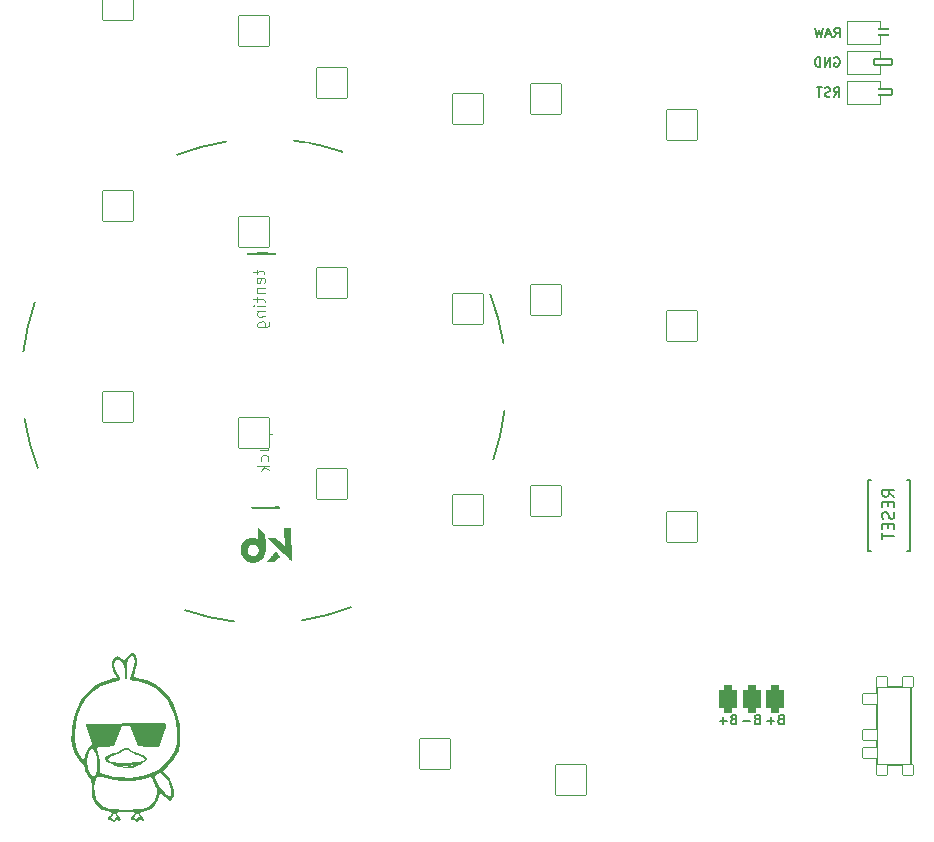
<source format=gbo>
%TF.GenerationSoftware,KiCad,Pcbnew,(6.0.4)*%
%TF.CreationDate,2022-06-21T15:17:04+02:00*%
%TF.ProjectId,konafa,6b6f6e61-6661-42e6-9b69-6361645f7063,v1.0.0*%
%TF.SameCoordinates,Original*%
%TF.FileFunction,Legend,Bot*%
%TF.FilePolarity,Positive*%
%FSLAX46Y46*%
G04 Gerber Fmt 4.6, Leading zero omitted, Abs format (unit mm)*
G04 Created by KiCad (PCBNEW (6.0.4)) date 2022-06-21 15:17:04*
%MOMM*%
%LPD*%
G01*
G04 APERTURE LIST*
G04 Aperture macros list*
%AMRoundRect*
0 Rectangle with rounded corners*
0 $1 Rounding radius*
0 $2 $3 $4 $5 $6 $7 $8 $9 X,Y pos of 4 corners*
0 Add a 4 corners polygon primitive as box body*
4,1,4,$2,$3,$4,$5,$6,$7,$8,$9,$2,$3,0*
0 Add four circle primitives for the rounded corners*
1,1,$1+$1,$2,$3*
1,1,$1+$1,$4,$5*
1,1,$1+$1,$6,$7*
1,1,$1+$1,$8,$9*
0 Add four rect primitives between the rounded corners*
20,1,$1+$1,$2,$3,$4,$5,0*
20,1,$1+$1,$4,$5,$6,$7,0*
20,1,$1+$1,$6,$7,$8,$9,0*
20,1,$1+$1,$8,$9,$2,$3,0*%
%AMFreePoly0*
4,1,16,0.685355,0.785355,0.700000,0.750000,0.691603,0.722265,0.210093,0.000000,0.691603,-0.722265,0.699029,-0.759806,0.677735,-0.791603,0.650000,-0.800000,-0.500000,-0.800000,-0.535355,-0.785355,-0.550000,-0.750000,-0.550000,0.750000,-0.535355,0.785355,-0.500000,0.800000,0.650000,0.800000,0.685355,0.785355,0.685355,0.785355,$1*%
%AMFreePoly1*
4,1,16,0.535355,0.785355,0.550000,0.750000,0.550000,-0.750000,0.535355,-0.785355,0.500000,-0.800000,-0.500000,-0.800000,-0.535355,-0.785355,-0.541603,-0.777735,-1.041603,-0.027735,-1.049029,0.009806,-1.041603,0.027735,-0.541603,0.777735,-0.509806,0.799029,-0.500000,0.800000,0.500000,0.800000,0.535355,0.785355,0.535355,0.785355,$1*%
G04 Aperture macros list end*
%ADD10C,0.150000*%
%ADD11C,0.100000*%
%ADD12C,0.120000*%
%ADD13C,0.200000*%
%ADD14C,0.010000*%
%ADD15RoundRect,0.375000X-0.375000X-0.750000X0.375000X-0.750000X0.375000X0.750000X-0.375000X0.750000X0*%
%ADD16C,1.752600*%
%ADD17RoundRect,0.425000X-0.375000X-0.750000X0.375000X-0.750000X0.375000X0.750000X-0.375000X0.750000X0*%
%ADD18C,2.100000*%
%ADD19C,1.801800*%
%ADD20C,3.100000*%
%ADD21C,3.529000*%
%ADD22C,2.132000*%
%ADD23RoundRect,0.050000X-1.253839X-1.344577X1.344577X-1.253839X1.253839X1.344577X-1.344577X1.253839X0*%
%ADD24RoundRect,0.050000X-1.300000X-1.300000X1.300000X-1.300000X1.300000X1.300000X-1.300000X1.300000X0*%
%ADD25RoundRect,0.050000X-1.592168X-0.919239X0.919239X-1.592168X1.592168X0.919239X-0.919239X1.592168X0*%
%ADD26RoundRect,0.050000X-0.450000X0.450000X-0.450000X-0.450000X0.450000X-0.450000X0.450000X0.450000X0*%
%ADD27C,1.100000*%
%ADD28RoundRect,0.050000X-0.625000X0.450000X-0.625000X-0.450000X0.625000X-0.450000X0.625000X0.450000X0*%
%ADD29RoundRect,0.050000X-1.181751X-1.408356X1.408356X-1.181751X1.181751X1.408356X-1.408356X1.181751X0*%
%ADD30C,1.852600*%
%ADD31FreePoly0,180.000000*%
%ADD32RoundRect,0.050000X-0.762000X0.250000X-0.762000X-0.250000X0.762000X-0.250000X0.762000X0.250000X0*%
%ADD33FreePoly1,180.000000*%
%ADD34C,4.500000*%
G04 APERTURE END LIST*
D10*
%TO.C,PAD1*%
X149309955Y58744523D02*
X149195669Y58706428D01*
X149157574Y58668333D01*
X149119479Y58592142D01*
X149119479Y58477857D01*
X149157574Y58401666D01*
X149195669Y58363571D01*
X149271860Y58325476D01*
X149576621Y58325476D01*
X149576621Y59125476D01*
X149309955Y59125476D01*
X149233764Y59087381D01*
X149195669Y59049285D01*
X149157574Y58973095D01*
X149157574Y58896904D01*
X149195669Y58820714D01*
X149233764Y58782619D01*
X149309955Y58744523D01*
X149576621Y58744523D01*
X148776621Y58630238D02*
X148167098Y58630238D01*
X148471860Y58325476D02*
X148471860Y58935000D01*
X145309955Y58744523D02*
X145195669Y58706428D01*
X145157574Y58668333D01*
X145119479Y58592142D01*
X145119479Y58477857D01*
X145157574Y58401666D01*
X145195669Y58363571D01*
X145271860Y58325476D01*
X145576621Y58325476D01*
X145576621Y59125476D01*
X145309955Y59125476D01*
X145233764Y59087381D01*
X145195669Y59049285D01*
X145157574Y58973095D01*
X145157574Y58896904D01*
X145195669Y58820714D01*
X145233764Y58782619D01*
X145309955Y58744523D01*
X145576621Y58744523D01*
X144776621Y58630238D02*
X144167098Y58630238D01*
X144471860Y58325476D02*
X144471860Y58935000D01*
X147309955Y58744523D02*
X147195669Y58706428D01*
X147157574Y58668333D01*
X147119479Y58592142D01*
X147119479Y58477857D01*
X147157574Y58401666D01*
X147195669Y58363571D01*
X147271860Y58325476D01*
X147576621Y58325476D01*
X147576621Y59125476D01*
X147309955Y59125476D01*
X147233764Y59087381D01*
X147195669Y59049285D01*
X147157574Y58973095D01*
X147157574Y58896904D01*
X147195669Y58820714D01*
X147233764Y58782619D01*
X147309955Y58744523D01*
X147576621Y58744523D01*
X146776621Y58630238D02*
X146167098Y58630238D01*
%TO.C,B1*%
X158948380Y77577380D02*
X158472190Y77910714D01*
X158948380Y78148809D02*
X157948380Y78148809D01*
X157948380Y77767857D01*
X157996000Y77672619D01*
X158043619Y77625000D01*
X158138857Y77577380D01*
X158281714Y77577380D01*
X158376952Y77625000D01*
X158424571Y77672619D01*
X158472190Y77767857D01*
X158472190Y78148809D01*
X158424571Y77148809D02*
X158424571Y76815476D01*
X158948380Y76672619D02*
X158948380Y77148809D01*
X157948380Y77148809D01*
X157948380Y76672619D01*
X158900761Y76291666D02*
X158948380Y76148809D01*
X158948380Y75910714D01*
X158900761Y75815476D01*
X158853142Y75767857D01*
X158757904Y75720238D01*
X158662666Y75720238D01*
X158567428Y75767857D01*
X158519809Y75815476D01*
X158472190Y75910714D01*
X158424571Y76101190D01*
X158376952Y76196428D01*
X158329333Y76244047D01*
X158234095Y76291666D01*
X158138857Y76291666D01*
X158043619Y76244047D01*
X157996000Y76196428D01*
X157948380Y76101190D01*
X157948380Y75863095D01*
X157996000Y75720238D01*
X158424571Y75291666D02*
X158424571Y74958333D01*
X158948380Y74815476D02*
X158948380Y75291666D01*
X157948380Y75291666D01*
X157948380Y74815476D01*
X157948380Y74529761D02*
X157948380Y73958333D01*
X158948380Y74244047D02*
X157948380Y74244047D01*
%TO.C,MCU1*%
X153869584Y116486976D02*
X154136251Y116867928D01*
X154326727Y116486976D02*
X154326727Y117286976D01*
X154021965Y117286976D01*
X153945775Y117248881D01*
X153907680Y117210785D01*
X153869584Y117134595D01*
X153869584Y117020309D01*
X153907680Y116944119D01*
X153945775Y116906023D01*
X154021965Y116867928D01*
X154326727Y116867928D01*
X153564823Y116715547D02*
X153183870Y116715547D01*
X153641013Y116486976D02*
X153374346Y117286976D01*
X153107680Y116486976D01*
X152917204Y117286976D02*
X152726727Y116486976D01*
X152574346Y117058404D01*
X152421965Y116486976D01*
X152231489Y117286976D01*
X153832321Y111449408D02*
X154098987Y111830360D01*
X154289464Y111449408D02*
X154289464Y112249408D01*
X153984702Y112249408D01*
X153908511Y112211313D01*
X153870416Y112173217D01*
X153832321Y112097027D01*
X153832321Y111982741D01*
X153870416Y111906551D01*
X153908511Y111868455D01*
X153984702Y111830360D01*
X154289464Y111830360D01*
X153527559Y111487503D02*
X153413273Y111449408D01*
X153222797Y111449408D01*
X153146606Y111487503D01*
X153108511Y111525598D01*
X153070416Y111601789D01*
X153070416Y111677979D01*
X153108511Y111754170D01*
X153146606Y111792265D01*
X153222797Y111830360D01*
X153375178Y111868455D01*
X153451368Y111906551D01*
X153489464Y111944646D01*
X153527559Y112020836D01*
X153527559Y112097027D01*
X153489464Y112173217D01*
X153451368Y112211313D01*
X153375178Y112249408D01*
X153184702Y112249408D01*
X153070416Y112211313D01*
X152841845Y112249408D02*
X152384702Y112249408D01*
X152613273Y111449408D02*
X152613273Y112249408D01*
X153889464Y114751313D02*
X153965655Y114789408D01*
X154079941Y114789408D01*
X154194226Y114751313D01*
X154270417Y114675122D01*
X154308512Y114598932D01*
X154346607Y114446551D01*
X154346607Y114332265D01*
X154308512Y114179884D01*
X154270417Y114103693D01*
X154194226Y114027503D01*
X154079941Y113989408D01*
X154003750Y113989408D01*
X153889464Y114027503D01*
X153851369Y114065598D01*
X153851369Y114332265D01*
X154003750Y114332265D01*
X153508512Y113989408D02*
X153508512Y114789408D01*
X153051369Y113989408D01*
X153051369Y114789408D01*
X152670417Y113989408D02*
X152670417Y114789408D01*
X152479941Y114789408D01*
X152365655Y114751313D01*
X152289464Y114675122D01*
X152251369Y114598932D01*
X152213274Y114446551D01*
X152213274Y114332265D01*
X152251369Y114179884D01*
X152289464Y114103693D01*
X152365655Y114027503D01*
X152479941Y113989408D01*
X152670417Y113989408D01*
D11*
%TO.C,REF\u002A\u002A*%
X104952889Y96784991D02*
X104959538Y96404097D01*
X104622100Y96636338D02*
X105479112Y96651297D01*
X105575167Y96605348D01*
X105624441Y96510955D01*
X105626103Y96415732D01*
X105590957Y95700724D02*
X105636907Y95796778D01*
X105633583Y95987225D01*
X105584309Y96081618D01*
X105488254Y96127568D01*
X105107360Y96120919D01*
X105012967Y96071645D01*
X104967018Y95975590D01*
X104970342Y95785143D01*
X105019616Y95690751D01*
X105115670Y95644801D01*
X105210894Y95646463D01*
X105297807Y96124243D01*
X104980315Y95213802D02*
X105646880Y95225437D01*
X105075538Y95215464D02*
X105028757Y95167021D01*
X104982808Y95070966D01*
X104985301Y94928131D01*
X105034575Y94833738D01*
X105130630Y94787789D01*
X105654359Y94796930D01*
X104993612Y94452013D02*
X105000260Y94071119D01*
X104662822Y94303360D02*
X105519835Y94318319D01*
X105615889Y94272370D01*
X105665163Y94177977D01*
X105666825Y94082754D01*
X105672643Y93749471D02*
X105006078Y93737836D01*
X104672795Y93732019D02*
X104719576Y93780461D01*
X104768019Y93733681D01*
X104721238Y93685238D01*
X104672795Y93732019D01*
X104768019Y93733681D01*
X105014388Y93261718D02*
X105680953Y93273353D01*
X105109612Y93263380D02*
X105062831Y93214937D01*
X105016882Y93118883D01*
X105019375Y92976047D01*
X105068649Y92881655D01*
X105164703Y92835705D01*
X105688433Y92844847D01*
X105037658Y91928588D02*
X105847059Y91942716D01*
X105941451Y91991990D01*
X105988232Y92040433D01*
X106034182Y92136487D01*
X106031688Y92279323D01*
X105982415Y92373715D01*
X105656612Y91939392D02*
X105702561Y92035446D01*
X105699237Y92225894D01*
X105649963Y92320286D01*
X105601520Y92367067D01*
X105505466Y92413016D01*
X105219795Y92408030D01*
X105125402Y92358756D01*
X105078621Y92310313D01*
X105032672Y92214259D01*
X105035996Y92023811D01*
X105085270Y91929419D01*
X105259911Y82834224D02*
X106259759Y82851677D01*
X105307523Y82835055D02*
X105261573Y82739001D01*
X105264897Y82548553D01*
X105314171Y82454161D01*
X105362614Y82407380D01*
X105458669Y82361431D01*
X105744339Y82366417D01*
X105838732Y82415691D01*
X105885513Y82464134D01*
X105931462Y82560188D01*
X105928138Y82750636D01*
X105878864Y82845028D01*
X105283181Y81501094D02*
X105949746Y81512729D01*
X105275701Y81929600D02*
X105799431Y81938742D01*
X105895485Y81892792D01*
X105944759Y81798400D01*
X105947253Y81655564D01*
X105901303Y81559510D01*
X105854522Y81511067D01*
X105917924Y80607274D02*
X105963874Y80703328D01*
X105960550Y80893776D01*
X105911276Y80988168D01*
X105862833Y81034949D01*
X105766778Y81080898D01*
X105481107Y81075912D01*
X105386715Y81026638D01*
X105339934Y80978195D01*
X105293985Y80882141D01*
X105297309Y80691693D01*
X105346583Y80597301D01*
X105973016Y80179599D02*
X104973168Y80162146D01*
X105593783Y80077727D02*
X105979664Y79798704D01*
X105313099Y79787069D02*
X105687345Y80174612D01*
D10*
%TO.C,B1*%
X160246000Y72998000D02*
X159996000Y72998000D01*
X160246000Y78998000D02*
X160246000Y72998000D01*
X156746000Y78998000D02*
X156996000Y78998000D01*
X156996000Y72998000D02*
X156746000Y72998000D01*
X156746000Y72998000D02*
X156746000Y78998000D01*
X159996000Y78998000D02*
X160246000Y78998000D01*
%TO.C,T2*%
X160354000Y56216000D02*
X160354000Y60116000D01*
X157504000Y54866000D02*
X160354000Y54866000D01*
X160354000Y61466000D02*
X157504000Y61466000D01*
X157504000Y61466000D02*
X157504000Y54866000D01*
X160354000Y58166000D02*
X160354000Y61466000D01*
X160354000Y58166000D02*
X160354000Y54866000D01*
D12*
%TO.C,MCU1*%
X157726477Y114663254D02*
X157726477Y115343254D01*
X157726477Y110803254D02*
X157726477Y111463254D01*
X157726477Y117883254D02*
X154926477Y117883254D01*
X154926477Y117883254D02*
X154926477Y115883254D01*
X157726477Y112138254D02*
X157726477Y112803254D01*
X154926477Y110803254D02*
X157726477Y110803254D01*
X157726477Y115883254D02*
X157726477Y116563254D01*
X154926477Y112803254D02*
X154926477Y110803254D01*
X157726477Y115343254D02*
X154926477Y115343254D01*
X157726477Y112803254D02*
X154926477Y112803254D01*
X157726477Y117213254D02*
X157726477Y117883254D01*
X157726477Y113343254D02*
X157726477Y114013254D01*
X154926477Y115343254D02*
X154926477Y113343254D01*
X154926477Y113343254D02*
X157726477Y113343254D01*
X154926477Y115883254D02*
X157726477Y115883254D01*
D13*
%TO.C,REF\u002A\u002A*%
X105773931Y76579742D02*
G75*
G03*
X106901112Y76658563I-188397J10793257D01*
G01*
X105315140Y98191969D02*
G75*
G03*
X104187958Y98113149I188394J-10793315D01*
G01*
X86180027Y94043486D02*
G75*
G03*
X85218757Y89875531I19405626J-6670415D01*
G01*
X106526378Y98127020D02*
G75*
G03*
X105397133Y98166455I-940848J-10753821D01*
G01*
X104644686Y76619177D02*
G75*
G03*
X105773931Y76579743I940841J10753843D01*
G01*
X112255924Y106778602D02*
G75*
G03*
X108087964Y107739874I-6670392J-19405503D01*
G01*
X124991036Y80702708D02*
G75*
G03*
X125952307Y84870667I-19405504J6670391D01*
G01*
X106444385Y98152535D02*
G75*
G03*
X105315140Y98191969I-940842J-10753843D01*
G01*
X98915144Y67967595D02*
G75*
G03*
X103083100Y67006324I6670407J19405564D01*
G01*
X108797230Y67106064D02*
G75*
G03*
X112929099Y68212209I-3211704J20267054D01*
G01*
X85318497Y84161401D02*
G75*
G03*
X86424642Y80029531I20267035J3211698D01*
G01*
X102373834Y107640134D02*
G75*
G03*
X98241964Y106533989I3211698J-20267035D01*
G01*
X105691937Y76605257D02*
G75*
G03*
X106819118Y76684077I-188391J10793277D01*
G01*
X104562692Y76644691D02*
G75*
G03*
X105691937Y76605257I940842J10753843D01*
G01*
X125852567Y90584797D02*
G75*
G03*
X124746421Y94716669I-20267035J-3211698D01*
G01*
X105397133Y98166455D02*
G75*
G03*
X104269952Y98087635I188392J-10793277D01*
G01*
G36*
X107849910Y72210894D02*
G01*
X107757469Y72301570D01*
X107743446Y72315323D01*
X107711025Y72347115D01*
X107664271Y72392960D01*
X107604422Y72451643D01*
X107532717Y72521947D01*
X107450397Y72602660D01*
X107358699Y72692566D01*
X107258863Y72790450D01*
X107152129Y72895096D01*
X107039734Y73005291D01*
X106922919Y73119819D01*
X106802922Y73237465D01*
X105940816Y74082685D01*
X106517356Y74098937D01*
X107334189Y73310372D01*
X107305679Y74943682D01*
X107802058Y74952346D01*
X107849910Y72210894D01*
G37*
D14*
X107849910Y72210894D02*
X107757469Y72301570D01*
X107743446Y72315323D01*
X107711025Y72347115D01*
X107664271Y72392960D01*
X107604422Y72451643D01*
X107532717Y72521947D01*
X107450397Y72602660D01*
X107358699Y72692566D01*
X107258863Y72790450D01*
X107152129Y72895096D01*
X107039734Y73005291D01*
X106922919Y73119819D01*
X106802922Y73237465D01*
X105940816Y74082685D01*
X106517356Y74098937D01*
X107334189Y73310372D01*
X107305679Y74943682D01*
X107802058Y74952346D01*
X107849910Y72210894D01*
G36*
X105617758Y74398341D02*
G01*
X105629743Y73706731D01*
X105629945Y73694997D01*
X105632310Y73544541D01*
X105634042Y73407279D01*
X105635138Y73284623D01*
X105635597Y73177986D01*
X105635414Y73088780D01*
X105635180Y73068770D01*
X105634589Y73018418D01*
X105633118Y72968313D01*
X105631001Y72939876D01*
X105622944Y72893279D01*
X105587616Y72765483D01*
X105534655Y72638676D01*
X105467037Y72519296D01*
X105387735Y72413776D01*
X105379502Y72404464D01*
X105272958Y72302263D01*
X105152022Y72216143D01*
X105020021Y72147850D01*
X104880282Y72099128D01*
X104736130Y72071727D01*
X104635978Y72065496D01*
X104487381Y72074303D01*
X104343421Y72104048D01*
X104206297Y72153685D01*
X104078208Y72222174D01*
X103961351Y72308470D01*
X103857923Y72411529D01*
X103770125Y72530308D01*
X103711013Y72636212D01*
X103655446Y72774499D01*
X103621572Y72918494D01*
X103612652Y73023373D01*
X104108550Y73023373D01*
X104108925Y73018088D01*
X104114207Y72962869D01*
X104122301Y72920712D01*
X104135618Y72882330D01*
X104156568Y72838443D01*
X104178722Y72800497D01*
X104221226Y72742436D01*
X104270244Y72687827D01*
X104320366Y72642501D01*
X104366186Y72612292D01*
X104382486Y72604800D01*
X104423688Y72588156D01*
X104466959Y72572823D01*
X104540112Y72554809D01*
X104643946Y72548099D01*
X104745248Y72562663D01*
X104841441Y72597479D01*
X104929943Y72651525D01*
X105008175Y72723779D01*
X105073558Y72813216D01*
X105101263Y72867853D01*
X105130049Y72962389D01*
X105138917Y73060108D01*
X105128903Y73157896D01*
X105101043Y73252637D01*
X105056377Y73341218D01*
X104995941Y73420521D01*
X104920772Y73487433D01*
X104831909Y73538839D01*
X104817799Y73544880D01*
X104718933Y73573784D01*
X104617419Y73582196D01*
X104516693Y73571116D01*
X104420195Y73541549D01*
X104331367Y73494496D01*
X104253647Y73430960D01*
X104190474Y73351941D01*
X104173205Y73323107D01*
X104131190Y73228936D01*
X104110046Y73130660D01*
X104108550Y73023373D01*
X103612652Y73023373D01*
X103608621Y73070769D01*
X103610616Y73160487D01*
X103630671Y73311139D01*
X103670939Y73453833D01*
X103730436Y73586876D01*
X103808182Y73708577D01*
X103903194Y73817241D01*
X104014492Y73911177D01*
X104141091Y73988692D01*
X104210362Y74022545D01*
X104284979Y74053069D01*
X104356279Y74073808D01*
X104432542Y74087078D01*
X104522049Y74095193D01*
X104539847Y74096172D01*
X104679139Y74092165D01*
X104809985Y74066768D01*
X104933040Y74019805D01*
X105048954Y73951095D01*
X105073384Y73934317D01*
X105098512Y73918410D01*
X105111051Y73912314D01*
X105111888Y73916359D01*
X105112922Y73940188D01*
X105113496Y73983328D01*
X105113616Y74043414D01*
X105113289Y74118081D01*
X105112523Y74204967D01*
X105111323Y74301706D01*
X105109696Y74405934D01*
X105101230Y74899429D01*
X105617758Y74398341D01*
G37*
X105617758Y74398341D02*
X105629743Y73706731D01*
X105629945Y73694997D01*
X105632310Y73544541D01*
X105634042Y73407279D01*
X105635138Y73284623D01*
X105635597Y73177986D01*
X105635414Y73088780D01*
X105635180Y73068770D01*
X105634589Y73018418D01*
X105633118Y72968313D01*
X105631001Y72939876D01*
X105622944Y72893279D01*
X105587616Y72765483D01*
X105534655Y72638676D01*
X105467037Y72519296D01*
X105387735Y72413776D01*
X105379502Y72404464D01*
X105272958Y72302263D01*
X105152022Y72216143D01*
X105020021Y72147850D01*
X104880282Y72099128D01*
X104736130Y72071727D01*
X104635978Y72065496D01*
X104487381Y72074303D01*
X104343421Y72104048D01*
X104206297Y72153685D01*
X104078208Y72222174D01*
X103961351Y72308470D01*
X103857923Y72411529D01*
X103770125Y72530308D01*
X103711013Y72636212D01*
X103655446Y72774499D01*
X103621572Y72918494D01*
X103612652Y73023373D01*
X104108550Y73023373D01*
X104108925Y73018088D01*
X104114207Y72962869D01*
X104122301Y72920712D01*
X104135618Y72882330D01*
X104156568Y72838443D01*
X104178722Y72800497D01*
X104221226Y72742436D01*
X104270244Y72687827D01*
X104320366Y72642501D01*
X104366186Y72612292D01*
X104382486Y72604800D01*
X104423688Y72588156D01*
X104466959Y72572823D01*
X104540112Y72554809D01*
X104643946Y72548099D01*
X104745248Y72562663D01*
X104841441Y72597479D01*
X104929943Y72651525D01*
X105008175Y72723779D01*
X105073558Y72813216D01*
X105101263Y72867853D01*
X105130049Y72962389D01*
X105138917Y73060108D01*
X105128903Y73157896D01*
X105101043Y73252637D01*
X105056377Y73341218D01*
X104995941Y73420521D01*
X104920772Y73487433D01*
X104831909Y73538839D01*
X104817799Y73544880D01*
X104718933Y73573784D01*
X104617419Y73582196D01*
X104516693Y73571116D01*
X104420195Y73541549D01*
X104331367Y73494496D01*
X104253647Y73430960D01*
X104190474Y73351941D01*
X104173205Y73323107D01*
X104131190Y73228936D01*
X104110046Y73130660D01*
X104108550Y73023373D01*
X103612652Y73023373D01*
X103608621Y73070769D01*
X103610616Y73160487D01*
X103630671Y73311139D01*
X103670939Y73453833D01*
X103730436Y73586876D01*
X103808182Y73708577D01*
X103903194Y73817241D01*
X104014492Y73911177D01*
X104141091Y73988692D01*
X104210362Y74022545D01*
X104284979Y74053069D01*
X104356279Y74073808D01*
X104432542Y74087078D01*
X104522049Y74095193D01*
X104539847Y74096172D01*
X104679139Y74092165D01*
X104809985Y74066768D01*
X104933040Y74019805D01*
X105048954Y73951095D01*
X105073384Y73934317D01*
X105098512Y73918410D01*
X105111051Y73912314D01*
X105111888Y73916359D01*
X105112922Y73940188D01*
X105113496Y73983328D01*
X105113616Y74043414D01*
X105113289Y74118081D01*
X105112523Y74204967D01*
X105111323Y74301706D01*
X105109696Y74405934D01*
X105101230Y74899429D01*
X105617758Y74398341D01*
G36*
X106543953Y72897893D02*
G01*
X106556356Y72888060D01*
X106582246Y72864888D01*
X106618993Y72830812D01*
X106663967Y72788265D01*
X106714535Y72739685D01*
X106878362Y72581176D01*
X106845145Y72542776D01*
X106842029Y72539229D01*
X106820569Y72515642D01*
X106786853Y72479302D01*
X106743832Y72433364D01*
X106694455Y72380981D01*
X106641677Y72325308D01*
X106471426Y72146241D01*
X105851507Y72135420D01*
X105879216Y72169544D01*
X105881462Y72172275D01*
X105901721Y72195861D01*
X105933849Y72232267D01*
X105975894Y72279353D01*
X106025902Y72334977D01*
X106081925Y72396999D01*
X106142007Y72463277D01*
X106204198Y72531671D01*
X106266547Y72600039D01*
X106327100Y72666241D01*
X106383907Y72728136D01*
X106435015Y72783582D01*
X106478472Y72830440D01*
X106512326Y72866567D01*
X106534627Y72889823D01*
X106543419Y72898067D01*
X106543953Y72897893D01*
G37*
X106543953Y72897893D02*
X106556356Y72888060D01*
X106582246Y72864888D01*
X106618993Y72830812D01*
X106663967Y72788265D01*
X106714535Y72739685D01*
X106878362Y72581176D01*
X106845145Y72542776D01*
X106842029Y72539229D01*
X106820569Y72515642D01*
X106786853Y72479302D01*
X106743832Y72433364D01*
X106694455Y72380981D01*
X106641677Y72325308D01*
X106471426Y72146241D01*
X105851507Y72135420D01*
X105879216Y72169544D01*
X105881462Y72172275D01*
X105901721Y72195861D01*
X105933849Y72232267D01*
X105975894Y72279353D01*
X106025902Y72334977D01*
X106081925Y72396999D01*
X106142007Y72463277D01*
X106204198Y72531671D01*
X106266547Y72600039D01*
X106327100Y72666241D01*
X106383907Y72728136D01*
X106435015Y72783582D01*
X106478472Y72830440D01*
X106512326Y72866567D01*
X106534627Y72889823D01*
X106543419Y72898067D01*
X106543953Y72897893D01*
%TO.C,G\u002A\u002A\u002A*%
G36*
X94630151Y54707570D02*
G01*
X94396858Y54643258D01*
X94146747Y54624050D01*
X93810667Y54635225D01*
X93526219Y54656367D01*
X93256312Y54699910D01*
X93120476Y54741218D01*
X93661943Y54741218D01*
X93712212Y54724332D01*
X93895333Y54717727D01*
X94019582Y54720197D01*
X94125956Y54733481D01*
X94085833Y54754419D01*
X93951551Y54768426D01*
X93704833Y54754419D01*
X93661943Y54741218D01*
X93120476Y54741218D01*
X92994058Y54779662D01*
X92876275Y54830486D01*
X94341597Y54830486D01*
X94342908Y54801584D01*
X94452722Y54786018D01*
X94535945Y54799576D01*
X94503875Y54837170D01*
X94454914Y54850698D01*
X94341597Y54830486D01*
X92876275Y54830486D01*
X92687996Y54911729D01*
X92286667Y55112217D01*
X92208282Y55183879D01*
X92132425Y55360900D01*
X92132991Y55368759D01*
X92339283Y55368759D01*
X92397983Y55253540D01*
X92625333Y55143946D01*
X92847118Y55090411D01*
X93223604Y55048327D01*
X93664575Y55034937D01*
X94131166Y55047895D01*
X94584513Y55084850D01*
X94985752Y55143456D01*
X95296017Y55221363D01*
X95476445Y55316223D01*
X95492870Y55337106D01*
X95467648Y55440963D01*
X95285368Y55554542D01*
X94955354Y55671486D01*
X94780003Y55729272D01*
X94492971Y55850367D01*
X94290142Y55968931D01*
X94063133Y56096450D01*
X93778078Y56113650D01*
X93516467Y55966671D01*
X93392165Y55880634D01*
X93135190Y55755590D01*
X92833677Y55645696D01*
X92725675Y55610865D01*
X92448694Y55488302D01*
X92339283Y55368759D01*
X92132991Y55368759D01*
X92140521Y55473243D01*
X92240681Y55587134D01*
X92471092Y55710227D01*
X92577253Y55755334D01*
X92833403Y55842614D01*
X93021004Y55878141D01*
X93048079Y55880318D01*
X93244595Y55951562D01*
X93456560Y56091667D01*
X93505819Y56131487D01*
X93779808Y56277658D01*
X94047205Y56267960D01*
X94345483Y56102867D01*
X94364727Y56089006D01*
X94645319Y55941058D01*
X94941455Y55852737D01*
X95061155Y55830092D01*
X95379092Y55717187D01*
X95594233Y55556210D01*
X95673333Y55369127D01*
X95669109Y55337106D01*
X95668339Y55331266D01*
X95588156Y55214183D01*
X95392697Y55076498D01*
X95059500Y54901081D01*
X94915777Y54831706D01*
X94841849Y54799576D01*
X94689770Y54733481D01*
X94630151Y54707570D01*
G37*
G36*
X97799442Y51985333D02*
G01*
X97620028Y51773667D01*
X97429847Y51994905D01*
X97238073Y52186204D01*
X97023991Y52353234D01*
X96808316Y52490324D01*
X96707046Y52111686D01*
X96629659Y51887333D01*
X96366231Y51462822D01*
X95994214Y51144981D01*
X95540861Y50960708D01*
X95290623Y50892245D01*
X95117737Y50798440D01*
X95105769Y50691711D01*
X95250000Y50565649D01*
X95352742Y50466672D01*
X95378027Y50400075D01*
X95419333Y50291283D01*
X95407101Y50168285D01*
X95337061Y50132079D01*
X95168231Y50205783D01*
X95044914Y50243962D01*
X94964787Y50163450D01*
X94913787Y50081950D01*
X94793044Y50046823D01*
X94691542Y50155644D01*
X94639140Y50215602D01*
X94482532Y50230436D01*
X94399061Y50222079D01*
X94322767Y50286006D01*
X94347863Y50399653D01*
X94516775Y50399653D01*
X94588529Y50406426D01*
X94675489Y50412391D01*
X94770055Y50308474D01*
X94782357Y50267625D01*
X94819397Y50234979D01*
X94870367Y50357285D01*
X94882796Y50393841D01*
X94950581Y50494172D01*
X95050721Y50451053D01*
X95122415Y50405425D01*
X95216964Y50400075D01*
X95205574Y50453346D01*
X95087918Y50542119D01*
X94978257Y50630734D01*
X94904649Y50781812D01*
X94890157Y50872713D01*
X94852119Y50800000D01*
X94777115Y50677619D01*
X94625970Y50516952D01*
X94578370Y50474588D01*
X94516775Y50399653D01*
X94347863Y50399653D01*
X94352613Y50421165D01*
X94488000Y50588333D01*
X94600721Y50708613D01*
X94657333Y50813122D01*
X94638058Y50829097D01*
X94491057Y50857605D01*
X94230892Y50877310D01*
X93895333Y50884667D01*
X93500743Y50875436D01*
X93243987Y50841712D01*
X93133063Y50776462D01*
X93156460Y50672668D01*
X93302667Y50523312D01*
X93412249Y50398914D01*
X93435969Y50339995D01*
X93472000Y50250496D01*
X93416192Y50147763D01*
X93289393Y50129312D01*
X93172536Y50212400D01*
X93114992Y50241809D01*
X93003905Y50148900D01*
X92993052Y50134460D01*
X92887871Y50046615D01*
X92783433Y50101500D01*
X92715286Y50151084D01*
X92523733Y50207333D01*
X92469490Y50213637D01*
X92380726Y50295190D01*
X92401931Y50411615D01*
X92582325Y50411615D01*
X92641196Y50409547D01*
X92727380Y50413538D01*
X92813434Y50308474D01*
X92825393Y50257281D01*
X92862678Y50220838D01*
X92937544Y50330334D01*
X92972231Y50386915D01*
X93058980Y50448307D01*
X93188640Y50375229D01*
X93250894Y50330200D01*
X93265299Y50339995D01*
X93165277Y50463896D01*
X93025462Y50647764D01*
X92939127Y50800000D01*
X92938865Y50800718D01*
X92900071Y50877530D01*
X92886018Y50789160D01*
X92832576Y50660603D01*
X92688833Y50509234D01*
X92669500Y50494616D01*
X92582325Y50411615D01*
X92401931Y50411615D01*
X92405276Y50429982D01*
X92540667Y50565649D01*
X92631006Y50631564D01*
X92701167Y50756732D01*
X92606699Y50856951D01*
X92350167Y50927352D01*
X92337828Y50929377D01*
X91861255Y51091629D01*
X91460784Y51391861D01*
X91171089Y51804285D01*
X91087814Y51998086D01*
X91023345Y52239840D01*
X90993408Y52536258D01*
X90988903Y52944280D01*
X90988860Y52981843D01*
X91209666Y52981843D01*
X91243855Y52458080D01*
X91403259Y51986486D01*
X91675834Y51597674D01*
X92049535Y51322256D01*
X92087740Y51303624D01*
X92276097Y51225150D01*
X92480546Y51170693D01*
X92739395Y51134516D01*
X93090955Y51110884D01*
X93573535Y51094059D01*
X94144697Y51085675D01*
X94763194Y51103676D01*
X95251581Y51160229D01*
X95630819Y51261432D01*
X95921870Y51413383D01*
X96145694Y51622178D01*
X96323254Y51893915D01*
X96424529Y52130475D01*
X96506471Y52510221D01*
X96495436Y52859890D01*
X96388576Y53125717D01*
X96373639Y53146821D01*
X96266099Y53356554D01*
X96176048Y53613628D01*
X96118673Y53792155D01*
X96046930Y53880658D01*
X95944947Y53858602D01*
X95924596Y53849158D01*
X95746335Y53789770D01*
X95464680Y53713483D01*
X95130784Y53634382D01*
X95065628Y53620603D01*
X94366584Y53533659D01*
X93602673Y53530520D01*
X92846225Y53608041D01*
X92169571Y53763080D01*
X91877909Y53846803D01*
X91618710Y53880246D01*
X91452449Y53816468D01*
X91344247Y53638916D01*
X91259226Y53331036D01*
X91209666Y52981843D01*
X90988860Y52981843D01*
X90988570Y53237704D01*
X90973264Y53515229D01*
X90937135Y53672581D01*
X90876186Y53737889D01*
X90832845Y53765392D01*
X90703348Y53921409D01*
X90570098Y54152370D01*
X90466010Y54396190D01*
X90424000Y54590787D01*
X90417492Y54631718D01*
X90326503Y54805426D01*
X90162447Y54996326D01*
X90006162Y55166417D01*
X90623034Y55166417D01*
X90677891Y54610457D01*
X90712798Y54490235D01*
X90833625Y54214049D01*
X90973471Y54018144D01*
X91171612Y53832000D01*
X91324621Y54065520D01*
X91331980Y54077211D01*
X91424587Y54337259D01*
X91472045Y54698011D01*
X91473874Y55100552D01*
X91429593Y55485965D01*
X91338723Y55795333D01*
X91324513Y55826852D01*
X91220312Y56070303D01*
X91146909Y56261000D01*
X91133108Y56298654D01*
X91086548Y56353984D01*
X91015508Y56294714D01*
X90892074Y56103603D01*
X90715494Y55709602D01*
X90623034Y55166417D01*
X90006162Y55166417D01*
X89931662Y55247498D01*
X89586687Y55808695D01*
X89368912Y56467274D01*
X89280310Y57211605D01*
X89291634Y57429453D01*
X89577333Y57429453D01*
X89591598Y56996053D01*
X89672256Y56449611D01*
X89836742Y55973902D01*
X90099358Y55516515D01*
X90311877Y55203765D01*
X90454579Y55717039D01*
X90512624Y55897483D01*
X90660243Y56225386D01*
X90822024Y56455054D01*
X91046766Y56679797D01*
X90767747Y57469373D01*
X90690937Y57692082D01*
X90594480Y57991971D01*
X90535123Y58204433D01*
X90523469Y58293691D01*
X90533327Y58296156D01*
X90669931Y58305891D01*
X90952109Y58317554D01*
X91361589Y58330639D01*
X91880102Y58344643D01*
X92489378Y58359060D01*
X93171145Y58373386D01*
X93907135Y58387118D01*
X94795177Y58401149D01*
X95579608Y58409805D01*
X96208620Y58411980D01*
X96689312Y58407606D01*
X97028786Y58396614D01*
X97234143Y58378938D01*
X97312483Y58354508D01*
X97307050Y58248229D01*
X97249196Y58017387D01*
X97148276Y57697411D01*
X97014266Y57322808D01*
X96659625Y56382404D01*
X95807568Y56406369D01*
X94955512Y56430333D01*
X94261764Y58123667D01*
X93601220Y58123667D01*
X93254393Y57277000D01*
X92907567Y56430333D01*
X92164569Y56405736D01*
X92121125Y56404380D01*
X91791435Y56396045D01*
X91586381Y56374134D01*
X91487795Y56308177D01*
X91477510Y56167705D01*
X91537359Y55922247D01*
X91649173Y55541333D01*
X91717659Y55233477D01*
X91720290Y55100552D01*
X91729460Y54637344D01*
X91676032Y54199020D01*
X92256516Y54013069D01*
X92381603Y53976360D01*
X92909152Y53870313D01*
X93513967Y53806463D01*
X94136441Y53787253D01*
X94716969Y53815128D01*
X95195943Y53892532D01*
X95246688Y53909326D01*
X96351494Y53909326D01*
X96390368Y53730301D01*
X96518490Y53441811D01*
X96708946Y53115634D01*
X96933603Y52799169D01*
X97164329Y52539817D01*
X97196620Y52510221D01*
X97369582Y52351693D01*
X97543381Y52209176D01*
X97635814Y52154667D01*
X97659990Y52167971D01*
X97696983Y52296558D01*
X97704551Y52522068D01*
X97685264Y52795410D01*
X97641694Y53067490D01*
X97576409Y53289213D01*
X97523846Y53397075D01*
X97350897Y53671777D01*
X97145022Y53932562D01*
X96977735Y54111678D01*
X96854785Y54204283D01*
X96744974Y54207257D01*
X96596613Y54140169D01*
X96584045Y54133534D01*
X96419054Y54015990D01*
X96351494Y53909326D01*
X95246688Y53909326D01*
X95885072Y54120600D01*
X96577636Y54472478D01*
X97178727Y54912535D01*
X97663451Y55422255D01*
X98006911Y55983122D01*
X98086050Y56163499D01*
X98172071Y56405438D01*
X98220933Y56648424D01*
X98242355Y56948489D01*
X98246059Y57361667D01*
X98233847Y57779333D01*
X98144551Y58506649D01*
X97955106Y59186223D01*
X97649351Y59886437D01*
X97444161Y60251778D01*
X96969924Y60864119D01*
X96392712Y61346115D01*
X95704860Y61703495D01*
X94898703Y61941985D01*
X94848022Y61952616D01*
X94556096Y62016566D01*
X94344460Y62067479D01*
X94255967Y62095145D01*
X94253630Y62102716D01*
X94279213Y62214187D01*
X94350757Y62407500D01*
X94426846Y62619207D01*
X94524172Y62978858D01*
X94595789Y63347712D01*
X94631429Y63669494D01*
X94620827Y63887926D01*
X94559249Y64018007D01*
X94397400Y64092667D01*
X94368545Y64090770D01*
X94202876Y63985839D01*
X94080976Y63726886D01*
X94005724Y63322946D01*
X93980000Y62783053D01*
X93973060Y62468386D01*
X93951015Y62210475D01*
X93920090Y62080986D01*
X93886732Y62089934D01*
X93857386Y62247336D01*
X93838501Y62563209D01*
X93811962Y62865990D01*
X93708895Y63278090D01*
X93543192Y63593086D01*
X93329296Y63776561D01*
X93236143Y63809953D01*
X93059528Y63789447D01*
X92955656Y63620138D01*
X92921667Y63298676D01*
X92969683Y62962479D01*
X93147334Y62640621D01*
X93284157Y62452524D01*
X93395912Y62237979D01*
X93371634Y62097781D01*
X93200337Y62003552D01*
X92871037Y61926916D01*
X92514894Y61842944D01*
X91790956Y61553262D01*
X91153053Y61128956D01*
X90610423Y60582637D01*
X90172300Y59926916D01*
X89847920Y59174405D01*
X89646519Y58337713D01*
X89577333Y57429453D01*
X89291634Y57429453D01*
X89322854Y58030057D01*
X89498516Y58910998D01*
X89714637Y59564422D01*
X90100594Y60336015D01*
X90591518Y60989912D01*
X91178665Y61516989D01*
X91853291Y61908122D01*
X92606652Y62154187D01*
X92820479Y62201611D01*
X93026705Y62250687D01*
X93116352Y62276777D01*
X93113828Y62297299D01*
X93049179Y62420230D01*
X92925852Y62612889D01*
X92787409Y62875491D01*
X92704290Y63251560D01*
X92747669Y63602480D01*
X92917818Y63884849D01*
X93037321Y63996981D01*
X93184764Y64076560D01*
X93334198Y64037237D01*
X93544308Y63878407D01*
X93798941Y63664147D01*
X93910637Y63896498D01*
X94042017Y64082620D01*
X94249381Y64256116D01*
X94383944Y64323239D01*
X94511315Y64328022D01*
X94651548Y64224903D01*
X94749675Y64085694D01*
X94821521Y63771329D01*
X94805796Y63344949D01*
X94701780Y62826604D01*
X94654589Y62630014D01*
X94618996Y62419930D01*
X94623079Y62320699D01*
X94692549Y62291120D01*
X94889183Y62236755D01*
X95159750Y62176064D01*
X95646798Y62044555D01*
X96358391Y61718224D01*
X96980856Y61258241D01*
X97507025Y60675014D01*
X97929730Y59978953D01*
X98241804Y59180466D01*
X98436078Y58289961D01*
X98502260Y57361667D01*
X98505384Y57317846D01*
X98505914Y57062525D01*
X98499961Y56708150D01*
X98478003Y56449785D01*
X98431675Y56240285D01*
X98352614Y56032507D01*
X98232459Y55779309D01*
X97973312Y55341863D01*
X97496756Y54796888D01*
X97038261Y54377850D01*
X97294885Y54134092D01*
X97535219Y53850123D01*
X97752833Y53458525D01*
X97897385Y53036541D01*
X97959553Y52623879D01*
X97951282Y52522068D01*
X97930013Y52260241D01*
X97799442Y51985333D01*
G37*
%TD*%
D15*
%TO.C,PAD1*%
X148871860Y60487381D03*
X146871860Y60487381D03*
X144871860Y60487381D03*
%TD*%
D16*
%TO.C,MCU1*%
X159385000Y114343254D03*
X159385000Y111803254D03*
X144145000Y111803254D03*
X144145000Y116967000D03*
X159385000Y116883254D03*
X144145000Y114343254D03*
X144145000Y109263254D03*
X144145000Y106723254D03*
X144145000Y104183254D03*
X144145000Y101643254D03*
X144145000Y99103254D03*
X144145000Y96563254D03*
X144145000Y94023254D03*
X144145000Y91483254D03*
X144145000Y88943254D03*
X159385000Y109263254D03*
X159385000Y106723254D03*
X159385000Y104183254D03*
X159385000Y101643254D03*
X159385000Y99103254D03*
X159385000Y96563254D03*
X159385000Y94023254D03*
X159385000Y91483254D03*
X159385000Y88943254D03*
%TD*%
%LPC*%
D17*
%TO.C,PAD1*%
X148871860Y60487381D03*
X146871860Y60487381D03*
X144871860Y60487381D03*
%TD*%
D18*
%TO.C,B1*%
X158496000Y79248000D03*
X158496000Y72748000D03*
%TD*%
D19*
%TO.C,S11*%
X71773275Y108266500D03*
D20*
X77062273Y114404822D03*
D21*
X77269925Y108458447D03*
D20*
X82136006Y112380659D03*
X72142098Y112031664D03*
D19*
X82766575Y108650394D03*
D22*
X72405589Y104486264D03*
X82399497Y104835259D03*
D23*
X73789267Y114290527D03*
D22*
X77475832Y102562041D03*
D23*
X85409011Y112494955D03*
%TD*%
D21*
%TO.C,S15*%
X96495817Y96246989D03*
D20*
X96495817Y102196989D03*
D19*
X90995817Y96246989D03*
D20*
X101495817Y99996988D03*
X91495817Y99996988D03*
D19*
X101995817Y96246989D03*
D22*
X91495817Y92446989D03*
X101495817Y92446989D03*
D24*
X93220816Y102196989D03*
X104770817Y99996988D03*
D22*
X96495817Y90346989D03*
%TD*%
D20*
%TO.C,S21*%
X114611087Y95636017D03*
D19*
X109111087Y89686017D03*
X120111087Y89686017D03*
D20*
X109611087Y93436016D03*
X119611087Y93436016D03*
D21*
X114611087Y89686017D03*
D22*
X109611087Y85886017D03*
X119611087Y85886017D03*
D24*
X111336086Y95636017D03*
D22*
X114611087Y83786017D03*
D24*
X122886087Y93436016D03*
%TD*%
D19*
%TO.C,S29*%
X138218280Y105278852D03*
D20*
X137718280Y109028851D03*
X127718280Y109028851D03*
D19*
X127218280Y105278852D03*
D21*
X132718280Y105278852D03*
D20*
X132718280Y111228852D03*
D24*
X129443279Y111228852D03*
D22*
X127718280Y101478852D03*
X137718280Y101478852D03*
X132718280Y99378852D03*
D24*
X140993280Y109028851D03*
%TD*%
D20*
%TO.C,S33*%
X149013668Y49563678D03*
D19*
X148526060Y45812047D03*
D20*
X144753441Y52982811D03*
D19*
X137900876Y48659057D03*
D20*
X139354410Y52151868D03*
D21*
X143213468Y47235552D03*
D25*
X141590033Y53830443D03*
D22*
X147059585Y42270939D03*
X137400326Y44859129D03*
D25*
X152177075Y48716045D03*
D22*
X141686436Y41536590D03*
%TD*%
D21*
%TO.C,S7*%
X78456509Y74479159D03*
D20*
X78248857Y80425534D03*
X73328682Y78052376D03*
X83322590Y78401371D03*
D19*
X72959859Y74287212D03*
X83953159Y74671106D03*
D23*
X74975851Y80311239D03*
D22*
X83586081Y70855971D03*
X73592173Y70506976D03*
D23*
X86595595Y78515667D03*
D22*
X78662416Y68582753D03*
%TD*%
D26*
%TO.C,T2*%
X160104000Y54466000D03*
X160104000Y61866000D03*
X157904000Y54466000D03*
X157904000Y61866000D03*
D27*
X159004000Y59666000D03*
X159004000Y56666000D03*
D28*
X156929000Y60416000D03*
X156929000Y57416000D03*
X156929000Y55916000D03*
%TD*%
D19*
%TO.C,S5*%
X52940861Y93963998D03*
D21*
X58419932Y94443355D03*
D19*
X63899003Y94922712D03*
D20*
X57901355Y100370713D03*
X63074072Y98614863D03*
X53112125Y97743305D03*
D22*
X53770150Y90222036D03*
D29*
X54638817Y100085278D03*
D22*
X63732097Y91093594D03*
X58934151Y88565806D03*
D29*
X66336609Y98900298D03*
%TD*%
D21*
%TO.C,S27*%
X132718280Y88278852D03*
D19*
X127218280Y88278852D03*
D20*
X127718280Y92028851D03*
D19*
X138218280Y88278852D03*
D20*
X137718280Y92028851D03*
X132718280Y94228852D03*
D22*
X137718280Y84478852D03*
D24*
X129443279Y94228852D03*
D22*
X127718280Y84478852D03*
X132718280Y82378852D03*
D24*
X140993280Y92028851D03*
%TD*%
D19*
%TO.C,S9*%
X83359867Y91660750D03*
D20*
X82729298Y95391015D03*
D21*
X77863217Y91468803D03*
D20*
X72735390Y95042020D03*
X77655565Y97415178D03*
D19*
X72366567Y91276856D03*
D22*
X72998881Y87496620D03*
D23*
X74382559Y97300883D03*
D22*
X82992789Y87845615D03*
D23*
X86002303Y95505311D03*
D22*
X78069124Y85572397D03*
%TD*%
D19*
%TO.C,S13*%
X90995817Y79246989D03*
D21*
X96495817Y79246989D03*
D20*
X96495817Y85196989D03*
X91495817Y82996988D03*
D19*
X101995817Y79246989D03*
D20*
X101495817Y82996988D03*
D22*
X91495817Y75446989D03*
D24*
X93220816Y85196989D03*
D22*
X101495817Y75446989D03*
X96495817Y73346989D03*
D24*
X104770817Y82996988D03*
%TD*%
D20*
%TO.C,S27*%
X132708967Y77242685D03*
D21*
X132708967Y71292685D03*
D20*
X127708967Y75042684D03*
D19*
X127208967Y71292685D03*
D20*
X137708967Y75042684D03*
D19*
X138208967Y71292685D03*
D24*
X129433966Y77242685D03*
D22*
X137708967Y67492685D03*
X127708967Y67492685D03*
D24*
X140983967Y75042684D03*
D22*
X132708967Y65392685D03*
%TD*%
D19*
%TO.C,S17*%
X101995818Y113246989D03*
D20*
X91495818Y116996988D03*
X96495818Y119196989D03*
D21*
X96495818Y113246989D03*
D19*
X90995818Y113246989D03*
D20*
X101495818Y116996988D03*
D24*
X93220817Y119196989D03*
D22*
X91495818Y109446989D03*
X101495818Y109446989D03*
D24*
X104770818Y116996988D03*
D22*
X96495818Y107346989D03*
%TD*%
D19*
%TO.C,S31*%
X128820174Y49854554D03*
D20*
X118320174Y53604553D03*
D19*
X117820174Y49854554D03*
D20*
X128320174Y53604553D03*
X123320174Y55804554D03*
D21*
X123320174Y49854554D03*
D24*
X120045173Y55804554D03*
D22*
X128320174Y46054554D03*
X118320174Y46054554D03*
X123320174Y43954554D03*
D24*
X131595174Y53604553D03*
%TD*%
D30*
%TO.C,MCU1*%
X159385000Y114343254D03*
D31*
X157051477Y114343254D03*
D30*
X159385000Y111803254D03*
D32*
X158001477Y116883254D03*
D30*
X144145000Y111803254D03*
D32*
X158001477Y114343254D03*
X158001477Y111803254D03*
D31*
X157051477Y111803254D03*
X157051477Y116883254D03*
D30*
X144145000Y116967000D03*
X159385000Y116883254D03*
X144145000Y114343254D03*
D33*
X155601477Y116883254D03*
X155601477Y114343254D03*
X155601477Y111803254D03*
D30*
X144145000Y109263254D03*
X144145000Y106723254D03*
X144145000Y104183254D03*
X144145000Y101643254D03*
X144145000Y99103254D03*
X144145000Y96563254D03*
X144145000Y94023254D03*
X144145000Y91483254D03*
X144145000Y88943254D03*
X159385000Y109263254D03*
X159385000Y106723254D03*
X159385000Y104183254D03*
X159385000Y101643254D03*
X159385000Y99103254D03*
X159385000Y96563254D03*
X159385000Y94023254D03*
X159385000Y91483254D03*
X159385000Y88943254D03*
%TD*%
D19*
%TO.C,S3*%
X65380650Y77987400D03*
D20*
X54593772Y80807993D03*
X59383002Y83435401D03*
X64555719Y81679551D03*
D19*
X54422508Y77028686D03*
D21*
X59901579Y77508043D03*
D22*
X55251797Y73286724D03*
X65213744Y74158282D03*
D29*
X56120464Y83149966D03*
X67818256Y81964986D03*
D22*
X60415798Y71630494D03*
%TD*%
D34*
%TO.C,REF\u002A\u002A*%
X86538433Y87040631D03*
X105918000Y68326000D03*
X105253064Y106420198D03*
%TD*%
D20*
%TO.C,S23*%
X119611087Y110436016D03*
X109611087Y110436016D03*
X114611087Y112636017D03*
D19*
X109111087Y106686017D03*
D21*
X114611087Y106686017D03*
D19*
X120111087Y106686017D03*
D22*
X109611087Y102886017D03*
X119611087Y102886017D03*
D24*
X111336086Y112636017D03*
D22*
X114611087Y100786017D03*
D24*
X122886087Y110436016D03*
%TD*%
D20*
%TO.C,S19*%
X109611087Y76436016D03*
D19*
X120111087Y72686017D03*
X109111087Y72686017D03*
D21*
X114611087Y72686017D03*
D20*
X114611087Y78636017D03*
X119611087Y76436016D03*
D22*
X109611087Y68886017D03*
X119611087Y68886017D03*
D24*
X111336086Y78636017D03*
X122886087Y76436016D03*
D22*
X114611087Y66786017D03*
%TD*%
M02*

</source>
